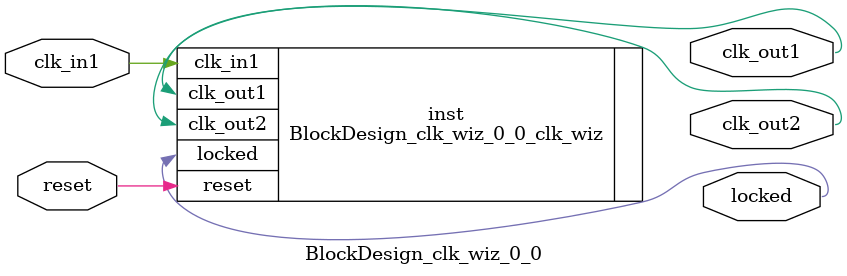
<source format=v>


`timescale 1ps/1ps

(* CORE_GENERATION_INFO = "BlockDesign_clk_wiz_0_0,clk_wiz_v6_0_6_0_0,{component_name=BlockDesign_clk_wiz_0_0,use_phase_alignment=true,use_min_o_jitter=false,use_max_i_jitter=false,use_dyn_phase_shift=false,use_inclk_switchover=false,use_dyn_reconfig=false,enable_axi=0,feedback_source=FDBK_AUTO,PRIMITIVE=MMCM,num_out_clk=2,clkin1_period=10.000,clkin2_period=10.000,use_power_down=false,use_reset=true,use_locked=true,use_inclk_stopped=false,feedback_type=SINGLE,CLOCK_MGR_TYPE=NA,manual_override=false}" *)

module BlockDesign_clk_wiz_0_0 
 (
  // Clock out ports
  output        clk_out1,
  output        clk_out2,
  // Status and control signals
  input         reset,
  output        locked,
 // Clock in ports
  input         clk_in1
 );

  BlockDesign_clk_wiz_0_0_clk_wiz inst
  (
  // Clock out ports  
  .clk_out1(clk_out1),
  .clk_out2(clk_out2),
  // Status and control signals               
  .reset(reset), 
  .locked(locked),
 // Clock in ports
  .clk_in1(clk_in1)
  );

endmodule

</source>
